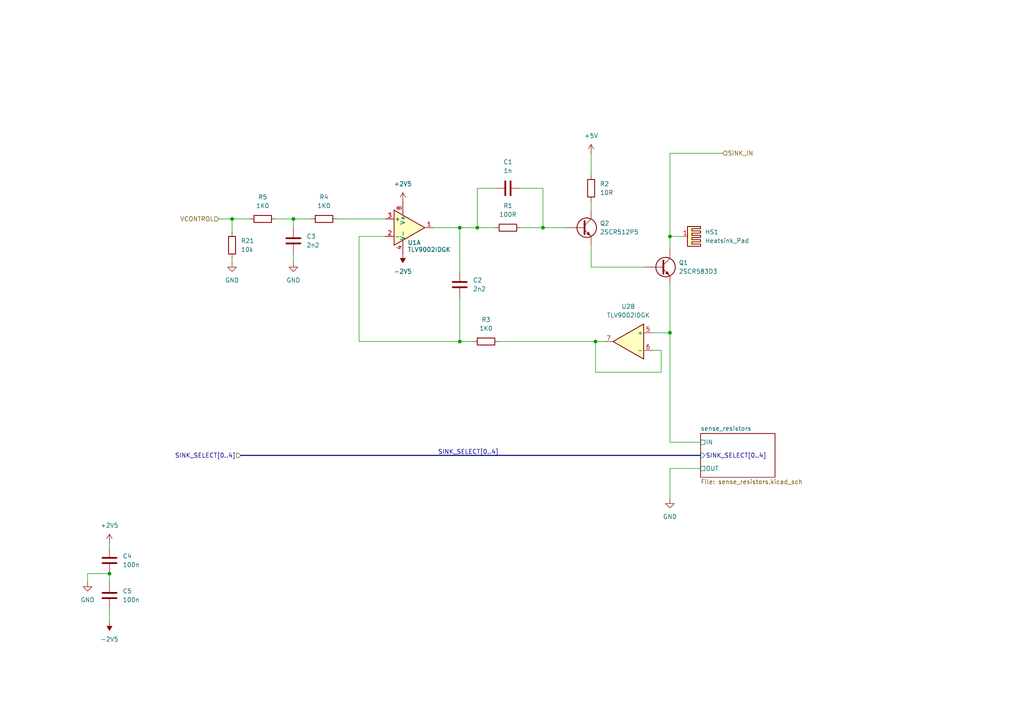
<source format=kicad_sch>
(kicad_sch (version 20250114) (generator "eeschema") (generator_version "9.0")
  (paper "A4")
  (lib_symbols
    (symbol "Mechanical:Heatsink_Pad" (pin_names (offset 0))
      (property "Reference" "HS" (at 0 5.715 0))
      (property "Value" "Heatsink_Pad" (at 0 3.81 0))
      (symbol "Heatsink_Pad_0_1"
        (polyline (pts (xy -0.3302 0) (xy -0.9652 0) (xy -0.9652 2.54) (xy -1.6002 2.54) (xy -1.6002 0) (xy -2.2352 0) (xy -2.2352 2.54) (xy -2.8702 2.54) (xy -2.8702 -1.27) (xy -0.9652 -1.27)) (stroke (width 0.254)) (fill (type background)))
        (polyline (pts (xy -0.3302 0) (xy -0.3302 2.54) (xy 0.3048 2.54) (xy 0.3048 0) (xy 0.9398 0) (xy 0.9398 2.54) (xy 1.5748 2.54) (xy 1.5748 0) (xy 2.2098 0) (xy 2.2098 2.54) (xy 2.8448 2.54) (xy 2.8448 -1.27) (xy -0.9652 -1.27)) (stroke (width 0.254)) (fill (type background)))
      )
      (symbol "Heatsink_Pad_1_1"
        (pin passive line (at 0 -2.54 90) (length 1.27) (name "~") (number "1"))
      )
    )
    (symbol "power:+2V5" (power) (pin_numbers (hide yes)) (pin_names (offset 0) (hide yes))
      (property "Value" "+2V5" (at 0 3.556 0))
      (symbol "+2V5_0_1"
        (polyline (pts (xy -0.762 1.27) (xy 0 2.54)))
        (polyline (pts (xy 0 2.54) (xy 0.762 1.27)))
        (polyline (pts (xy 0 0) (xy 0 2.54)))
      )
      (symbol "+2V5_1_1"
        (pin power_in line (at 0 0 90) (length 0) (name "~") (number "1"))
      )
    )
    (symbol "power:-2V5" (power) (pin_numbers (hide yes)) (pin_names (offset 0) (hide yes))
      (property "Value" "-2V5" (at 0 3.556 0))
      (symbol "-2V5_0_0"
        (pin power_in line (at 0 0 90) (length 0) (name "~") (number "1"))
      )
      (symbol "-2V5_0_1"
        (polyline (pts (xy 0 0) (xy 0 1.27) (xy 0.762 1.27) (xy 0 2.54) (xy -0.762 1.27) (xy 0 1.27)) (fill (type outline)))
      )
    )
    (symbol "power:GND" (power) (pin_numbers (hide yes)) (pin_names (offset 0) (hide yes))
      (property "Value" "GND" (at 0 -3.81 0))
      (symbol "GND_0_1"
        (polyline (pts (xy 0 0) (xy 0 -1.27) (xy 1.27 -1.27) (xy 0 -2.54) (xy -1.27 -1.27) (xy 0 -1.27)))
      )
      (symbol "GND_1_1"
        (pin power_in line (at 0 0 270) (length 0) (name "~") (number "1"))
      )
    )
    (symbol "vickys_symbols:2SCR512P5" (pin_numbers (hide yes)) (pin_names (hide yes))
      (property "Reference" "Q" (at 2.54 2.54 0))
      (property "Value" "2SCR512P5" (at 6.35 -3.81 0))
      (symbol "2SCR512P5_0_1"
        (polyline (pts (xy -5.08 0) (xy -1.905 0)))
        (polyline (pts (xy -1.905 1.905) (xy -1.905 -1.905)) (stroke (width 0.508)))
        (polyline (pts (xy -1.905 0.635) (xy 0 2.54)))
        (polyline (pts (xy -1.905 -0.635) (xy 0 -2.54)))
        (circle (center -1.27 0) (radius 2.8194) (stroke (width 0.254)))
        (polyline (pts (xy -1.27 -1.778) (xy -0.762 -1.27) (xy -0.254 -2.286) (xy -1.27 -1.778)) (fill (type outline)))
      )
      (symbol "2SCR512P5_1_1"
        (pin input line (at -7.62 0 0) (length 2.54) (name "B") (number "B"))
        (pin passive line (at 0 5.08 270) (length 2.54) (name "C") (number "C"))
        (pin passive line (at 0 -5.08 90) (length 2.54) (name "E") (number "E"))
      )
    )
    (symbol "vickys_symbols:2SCR583D3" (pin_numbers (hide yes)) (pin_names (hide yes))
      (property "Reference" "Q" (at 2.54 2.54 0))
      (property "Value" "2SCR583D3" (at 6.35 -3.81 0))
      (symbol "2SCR583D3_0_1"
        (polyline (pts (xy -5.08 0) (xy -1.905 0)))
        (polyline (pts (xy -1.905 1.905) (xy -1.905 -1.905)) (stroke (width 0.508)))
        (polyline (pts (xy -1.905 0.635) (xy 0 2.54)))
        (polyline (pts (xy -1.905 -0.635) (xy 0 -2.54)))
        (circle (center -1.27 0) (radius 2.8194) (stroke (width 0.254)))
        (polyline (pts (xy -1.27 -1.778) (xy -0.762 -1.27) (xy -0.254 -2.286) (xy -1.27 -1.778)) (fill (type outline)))
      )
      (symbol "2SCR583D3_1_1"
        (pin input line (at -7.62 0 0) (length 2.54) (name "B") (number "1"))
        (pin passive line (at 0 5.08 270) (length 2.54) (name "C") (number "2"))
        (pin passive line (at 0 -5.08 90) (length 2.54) (name "E") (number "3"))
      )
    )
    (symbol "vickys_symbols:GENERIC_C" (pin_numbers (hide yes)) (pin_names (hide yes))
      (property "Reference" "C" (at 0 0 0))
      (symbol "GENERIC_C_0_1"
        (polyline (pts (xy -2.032 0.762) (xy 2.032 0.762)) (stroke (width 0.508)))
        (polyline (pts (xy -2.032 -0.762) (xy 2.032 -0.762)) (stroke (width 0.508)))
      )
      (symbol "GENERIC_C_1_1"
        (pin passive line (at 0 3.81 270) (length 2.794) (name "~") (number "1"))
        (pin passive line (at 0 -3.81 90) (length 2.794) (name "~") (number "2"))
      )
    )
    (symbol "vickys_symbols:GENERIC_R" (pin_numbers (hide yes)) (pin_names (hide yes))
      (property "Reference" "R" (at 0 0 0))
      (symbol "GENERIC_R_0_1"
        (rectangle (start -1.016 -2.54) (end 1.016 2.54) (stroke (width 0.254)))
      )
      (symbol "GENERIC_R_1_1"
        (pin passive line (at 0 3.81 270) (length 1.27) (name "~") (number "1"))
        (pin passive line (at 0 -3.81 90) (length 1.27) (name "~") (number "2"))
      )
    )
    (symbol "vickys_symbols:TLV9002IDGK" (pin_names (offset 0.127))
      (property "Reference" "U" (at 7.62 2.54 0))
      (property "Value" "TLV9002IDGK" (at 10.16 -5.08 0))
      (symbol "TLV9002IDGK_0_1"
        (polyline (pts (xy -2.54 5.08) (xy -2.54 -5.08) (xy 6.35 0) (xy -2.54 5.08)) (stroke (width 0.254)) (fill (type background)))
      )
      (symbol "TLV9002IDGK_1_1"
        (pin passive line (at -5.08 2.54 0) (length 2.54) (name "+") (number "3"))
        (pin passive line (at -5.08 -2.54 0) (length 2.54) (name "-") (number "2"))
        (pin power_in line (at 0 7.62 270) (length 3.81) (name "V+") (number "8"))
        (pin power_in line (at 0 -7.62 90) (length 3.81) (name "V-") (number "4"))
        (pin passive line (at 8.89 0 180) (length 2.54) (name "~") (number "1"))
      )
      (symbol "TLV9002IDGK_2_1"
        (pin input line (at -5.08 2.54 0) (length 2.54) (name "+") (number "5"))
        (pin input line (at -5.08 -2.54 0) (length 2.54) (name "-") (number "6"))
        (pin output line (at 8.89 0 180) (length 2.54) (name "~") (number "7"))
      )
    )
  )
  (junction (at 31.75 166.37))
  (junction (at 133.35 66.04))
  (junction (at 85.09 63.5))
  (junction (at 194.31 96.52))
  (junction (at 172.72 99.06))
  (junction (at 157.48 66.04))
  (junction (at 133.35 99.06))
  (junction (at 67.31 63.5))
  (junction (at 138.43 66.04))
  (junction (at 194.31 68.58))
  (wire (pts (xy 203.2 135.89) (xy 194.31 135.89)))
  (wire (pts (xy 151.13 66.04) (xy 157.48 66.04)))
  (wire (pts (xy 191.77 107.95) (xy 172.72 107.95)))
  (wire (pts (xy 133.35 66.04) (xy 138.43 66.04)))
  (wire (pts (xy 157.48 66.04) (xy 163.83 66.04)))
  (wire (pts (xy 194.31 128.27) (xy 194.31 96.52)))
  (wire (pts (xy 143.51 54.61) (xy 138.43 54.61)))
  (wire (pts (xy 194.31 68.58) (xy 198.12 68.58)))
  (wire (pts (xy 67.31 76.2) (xy 67.31 74.93)))
  (wire (pts (xy 97.79 63.5) (xy 111.76 63.5)))
  (wire (pts (xy 191.77 101.6) (xy 191.77 107.95)))
  (wire (pts (xy 25.4 168.91) (xy 25.4 166.37)))
  (wire (pts (xy 172.72 99.06) (xy 175.26 99.06)))
  (wire (pts (xy 80.01 63.5) (xy 85.09 63.5)))
  (wire (pts (xy 133.35 86.36) (xy 133.35 99.06)))
  (wire (pts (xy 172.72 99.06) (xy 172.72 107.95)))
  (wire (pts (xy 171.45 44.45) (xy 171.45 50.8)))
  (wire (pts (xy 63.5 63.5) (xy 67.31 63.5)))
  (wire (pts (xy 104.14 99.06) (xy 104.14 68.58)))
  (wire (pts (xy 85.09 63.5) (xy 90.17 63.5)))
  (wire (pts (xy 133.35 99.06) (xy 104.14 99.06)))
  (wire (pts (xy 194.31 44.45) (xy 209.55 44.45)))
  (wire (pts (xy 194.31 44.45) (xy 194.31 68.58)))
  (wire (pts (xy 67.31 63.5) (xy 67.31 67.31)))
  (wire (pts (xy 31.75 157.48) (xy 31.75 158.75)))
  (wire (pts (xy 85.09 63.5) (xy 85.09 66.04)))
  (wire (pts (xy 203.2 128.27) (xy 194.31 128.27)))
  (wire (pts (xy 31.75 176.53) (xy 31.75 180.34)))
  (bus (pts (xy 69.85 132.08) (xy 203.2 132.08)))
  (wire (pts (xy 138.43 66.04) (xy 143.51 66.04)))
  (wire (pts (xy 137.16 99.06) (xy 133.35 99.06)))
  (wire (pts (xy 31.75 166.37) (xy 31.75 168.91)))
  (wire (pts (xy 125.73 66.04) (xy 133.35 66.04)))
  (wire (pts (xy 104.14 68.58) (xy 111.76 68.58)))
  (wire (pts (xy 138.43 54.61) (xy 138.43 66.04)))
  (wire (pts (xy 133.35 66.04) (xy 133.35 78.74)))
  (wire (pts (xy 189.23 101.6) (xy 191.77 101.6)))
  (wire (pts (xy 151.13 54.61) (xy 157.48 54.61)))
  (wire (pts (xy 194.31 82.55) (xy 194.31 96.52)))
  (wire (pts (xy 85.09 76.2) (xy 85.09 73.66)))
  (wire (pts (xy 171.45 77.47) (xy 186.69 77.47)))
  (wire (pts (xy 25.4 166.37) (xy 31.75 166.37)))
  (wire (pts (xy 171.45 71.12) (xy 171.45 77.47)))
  (wire (pts (xy 194.31 68.58) (xy 194.31 72.39)))
  (wire (pts (xy 171.45 58.42) (xy 171.45 60.96)))
  (wire (pts (xy 67.31 63.5) (xy 72.39 63.5)))
  (wire (pts (xy 144.78 99.06) (xy 172.72 99.06)))
  (wire (pts (xy 194.31 96.52) (xy 189.23 96.52)))
  (wire (pts (xy 194.31 135.89) (xy 194.31 144.78)))
  (wire (pts (xy 157.48 54.61) (xy 157.48 66.04)))
  (label "SINK_SELECT[0..4]" (at 127 132.08 0))
  (hierarchical_label "SINK_IN" (shape input) (at 209.55 44.45 0))
  (hierarchical_label "VCONTROL" (shape input) (at 63.5 63.5 180))
  (hierarchical_label "SINK_SELECT[0..4]" (shape input) (at 69.85 132.08 180))
  (symbol (lib_id "vickys_symbols:GENERIC_R") (at 93.98 63.5 90) (unit 1)
    (property "Reference" "R4" (at 93.98 57.15 90))
    (property "Value" "1K0" (at 93.98 59.69 90))
    (property "Footprint" "Resistor_SMD:R_0603_1608Metric" (effects (hide yes)))
    (property "Description" "GENERIC R" (effects (hide yes)))
    (property "Mounting Type" "SMT" (effects (hide yes)))
    (property "Tolerance" "1%" (effects (hide yes)))
    (property "Package/Case" "0603" (effects (hide yes)))
  )
  (symbol (lib_id "power:+2V5") (at 171.45 44.45 0) (unit 1)
    (property "Reference" "#PWR05" (effects (hide yes)))
    (property "Value" "+5V" (at 171.45 39.37 0))
    (property "Description" "Power symbol creates a global label with name \"+2V5\"" (effects (hide yes)))
  )
  (symbol (lib_id "vickys_symbols:GENERIC_R") (at 147.32 66.04 90) (unit 1)
    (property "Reference" "R1" (at 147.32 59.69 90))
    (property "Value" "100R" (at 147.32 62.23 90))
    (property "Footprint" "Resistor_SMD:R_0603_1608Metric" (effects (hide yes)))
    (property "Description" "GENERIC R" (effects (hide yes)))
    (property "Mounting Type" "SMT" (effects (hide yes)))
    (property "Tolerance" "1%" (effects (hide yes)))
    (property "Package/Case" "0603" (effects (hide yes)))
  )
  (symbol (lib_id "vickys_symbols:GENERIC_C") (at 31.75 172.72 180) (unit 1)
    (property "Reference" "C5" (at 35.56 171.4499 0) (effects (justify right)))
    (property "Value" "100n" (at 35.56 173.9899 0) (effects (justify right)))
    (property "Footprint" "Capacitor_SMD:C_0603_1608Metric" (effects (hide yes)))
    (property "Description" "GENERIC C" (effects (hide yes)))
    (property "Package/Case" "0603" (effects (hide yes)))
    (property "Mounting Type" "SMT" (effects (hide yes)))
  )
  (symbol (lib_id "power:+2V5") (at 116.84 58.42 0) (unit 1)
    (property "Reference" "#PWR02" (effects (hide yes)))
    (property "Value" "+2V5" (at 116.84 53.34 0))
    (property "Description" "Power symbol creates a global label with name \"+2V5\"" (effects (hide yes)))
  )
  (symbol (lib_id "vickys_symbols:GENERIC_R") (at 67.31 71.12 180) (unit 1)
    (property "Reference" "R21" (at 69.85 69.8499 0) (effects (justify right)))
    (property "Value" "10k" (at 69.85 72.3899 0) (effects (justify right)))
    (property "Footprint" "Resistor_SMD:R_0603_1608Metric" (effects (hide yes)))
    (property "Description" "GENERIC R" (effects (hide yes)))
    (property "Mounting Type" "SMT" (effects (hide yes)))
    (property "Tolerance" "1%" (effects (hide yes)))
    (property "Package/Case" "0603" (effects (hide yes)))
  )
  (symbol (lib_id "vickys_symbols:2SCR512P5") (at 171.45 66.04 0) (unit 1)
    (property "Reference" "Q2" (at 173.99 64.7699 0) (effects (justify left)))
    (property "Value" "2SCR512P5" (at 173.99 67.3099 0) (effects (justify left)))
    (property "Footprint" "Package_TO_SOT_SMD:SOT-89-3" (effects (hide yes)))
    (property "Datasheet" "https://www.rohm.com/products/transistors/bipolar-transistors/standard-bipolar-transistors/2scr512p5-product" (effects (hide yes)))
    (property "Description" "Transistor, NPN, SOT-89, 30V, 2A, Medium Power Transistor" (effects (hide yes)))
    (property "Manufacturer" "ROHM" (effects (hide yes)))
    (property "MPN" "2SCR512P5" (effects (hide yes)))
    (property "Package/Case" "SOT-89-3" (effects (hide yes)))
    (property "Mounting Type" "SMT" (effects (hide yes)))
    (property "RoHS" "Y" (effects (hide yes)))
  )
  (symbol (lib_id "power:-2V5") (at 116.84 73.66 180) (unit 1)
    (property "Reference" "#PWR03" (effects (hide yes)))
    (property "Value" "-2V5" (at 116.84 78.74 0))
    (property "Description" "Power symbol creates a global label with name \"-2V5\"" (effects (hide yes)))
  )
  (symbol (lib_id "power:GND") (at 25.4 168.91 0) (unit 1)
    (property "Reference" "#PWR01" (effects (hide yes)))
    (property "Value" "GND" (at 25.4 173.99 0))
    (property "Description" "Power symbol creates a global label with name \"GND\" , ground" (effects (hide yes)))
  )
  (symbol (lib_id "power:GND") (at 67.31 76.2 0) (unit 1)
    (property "Reference" "#PWR020" (effects (hide yes)))
    (property "Value" "GND" (at 67.31 81.28 0))
    (property "Description" "Power symbol creates a global label with name \"GND\" , ground" (effects (hide yes)))
  )
  (symbol (lib_id "vickys_symbols:GENERIC_C") (at 133.35 82.55 180) (unit 1)
    (property "Reference" "C2" (at 137.16 81.2799 0) (effects (justify right)))
    (property "Value" "2n2" (at 137.16 83.8199 0) (effects (justify right)))
    (property "Footprint" "Capacitor_SMD:C_0603_1608Metric" (effects (hide yes)))
    (property "Description" "GENERIC C" (effects (hide yes)))
    (property "Package/Case" "0603" (effects (hide yes)))
    (property "Mounting Type" "SMT" (effects (hide yes)))
  )
  (symbol (lib_id "vickys_symbols:GENERIC_C") (at 147.32 54.61 90) (unit 1)
    (property "Reference" "C1" (at 147.32 46.99 90))
    (property "Value" "1n" (at 147.32 49.53 90))
    (property "Footprint" "Capacitor_SMD:C_0603_1608Metric" (effects (hide yes)))
    (property "Description" "GENERIC C" (effects (hide yes)))
    (property "Package/Case" "0603" (effects (hide yes)))
    (property "Mounting Type" "SMT" (effects (hide yes)))
  )
  (symbol (lib_id "Mechanical:Heatsink_Pad") (at 200.66 68.58 270) (unit 1)
    (property "Reference" "HS1" (at 204.47 67.2972 90) (effects (justify left)))
    (property "Value" "Heatsink_Pad" (at 204.47 69.8372 90) (effects (justify left)))
    (property "Footprint" "Heatsink:Heatsink_Fischer_FK24413D2PAK_26x13mm" (effects (hide yes)))
    (property "Description" "Heatsink with electrical connection, 1 pin" (effects (hide yes)))
  )
  (symbol (lib_id "vickys_symbols:TLV9002IDGK") (at 116.84 66.04 0) (unit 1)
    (property "Reference" "U1" (at 120.142 70.358 0))
    (property "Value" "TLV9002IDGK" (at 124.46 72.39 0))
    (property "Footprint" "Package_SO:VSSOP-8_3x3mm_P0.65mm" (effects (hide yes)))
    (property "Datasheet" "https://www.ti.com/product/TLV9002" (effects (hide yes)))
    (property "Description" "Dual, 5.5-V, 1-MHz, RRIO opamp" (effects (hide yes)))
    (property "Manufacturer" "Texas Instruments" (effects (hide yes)))
    (property "MPN" "TLV9002IDGK" (effects (hide yes)))
    (property "RoHS" "Y" (effects (hide yes)))
    (property "Mounting Type" "SMT" (effects (hide yes)))
  )
  (symbol (lib_id "vickys_symbols:TLV9002IDGK") (at 184.15 99.06 0) (mirror y) (unit 2)
    (property "Reference" "U2" (at 182.245 88.9 0))
    (property "Value" "TLV9002IDGK" (at 182.245 91.44 0))
    (property "Footprint" "Package_SO:VSSOP-8_3x3mm_P0.65mm" (effects (hide yes)))
    (property "Datasheet" "https://www.ti.com/product/TLV9002" (effects (hide yes)))
    (property "Description" "Dual, 5.5-V, 1-MHz, RRIO opamp" (effects (hide yes)))
    (property "Manufacturer" "Texas Instruments" (effects (hide yes)))
    (property "MPN" "TLV9002IDGK" (effects (hide yes)))
    (property "RoHS" "Y" (effects (hide yes)))
    (property "Mounting Type" "SMT" (effects (hide yes)))
  )
  (symbol (lib_id "power:-2V5") (at 31.75 180.34 180) (unit 1)
    (property "Reference" "#PWR08" (effects (hide yes)))
    (property "Value" "-2V5" (at 31.75 185.42 0))
    (property "Description" "Power symbol creates a global label with name \"-2V5\"" (effects (hide yes)))
  )
  (symbol (lib_id "vickys_symbols:GENERIC_R") (at 140.97 99.06 90) (unit 1)
    (property "Reference" "R3" (at 140.97 92.71 90))
    (property "Value" "1K0" (at 140.97 95.25 90))
    (property "Footprint" "Resistor_SMD:R_0603_1608Metric" (effects (hide yes)))
    (property "Description" "GENERIC R" (effects (hide yes)))
    (property "Mounting Type" "SMT" (effects (hide yes)))
    (property "Tolerance" "1%" (effects (hide yes)))
    (property "Package/Case" "0603" (effects (hide yes)))
  )
  (symbol (lib_id "vickys_symbols:2SCR583D3") (at 194.31 77.47 0) (unit 1)
    (property "Reference" "Q1" (at 196.85 76.1999 0) (effects (justify left)))
    (property "Value" "2SCR583D3" (at 196.85 78.7399 0) (effects (justify left)))
    (property "Footprint" "Package_TO_SOT_SMD:TO-252-2" (effects (hide yes)))
    (property "Datasheet" "https://www.rohm.com/products/transistors/bipolar-transistors/standard-bipolar-transistors/2scr583d3-product" (effects (hide yes)))
    (property "Description" "Transistor, NPN, TO-252 (DPAK), 50V 7A, Power Transistor" (effects (hide yes)))
    (property "Manufacturer" "ROHM" (effects (hide yes)))
    (property "MPN" "2SCR583D3" (effects (hide yes)))
    (property "Package/Case" "TO-252 (DPAK)" (effects (hide yes)))
    (property "Mounting Type" "SMT" (effects (hide yes)))
    (property "RoHS" "Y" (effects (hide yes)))
  )
  (symbol (lib_id "vickys_symbols:GENERIC_C") (at 31.75 162.56 180) (unit 1)
    (property "Reference" "C4" (at 35.56 161.2899 0) (effects (justify right)))
    (property "Value" "100n" (at 35.56 163.8299 0) (effects (justify right)))
    (property "Footprint" "Capacitor_SMD:C_0603_1608Metric" (effects (hide yes)))
    (property "Description" "GENERIC C" (effects (hide yes)))
    (property "Package/Case" "0603" (effects (hide yes)))
    (property "Mounting Type" "SMT" (effects (hide yes)))
  )
  (symbol (lib_id "vickys_symbols:GENERIC_R") (at 171.45 54.61 180) (unit 1)
    (property "Reference" "R2" (at 173.99 53.3399 0) (effects (justify right)))
    (property "Value" "10R" (at 173.99 55.8799 0) (effects (justify right)))
    (property "Footprint" "Resistor_SMD:R_0603_1608Metric" (effects (hide yes)))
    (property "Description" "GENERIC R" (effects (hide yes)))
    (property "Mounting Type" "SMT" (effects (hide yes)))
    (property "Tolerance" "1%" (effects (hide yes)))
    (property "Package/Case" "0603" (effects (hide yes)))
  )
  (symbol (lib_id "vickys_symbols:GENERIC_R") (at 76.2 63.5 90) (unit 1)
    (property "Reference" "R5" (at 76.2 57.15 90))
    (property "Value" "1K0" (at 76.2 59.69 90))
    (property "Footprint" "Resistor_SMD:R_0603_1608Metric" (effects (hide yes)))
    (property "Description" "GENERIC R" (effects (hide yes)))
    (property "Mounting Type" "SMT" (effects (hide yes)))
    (property "Tolerance" "1%" (effects (hide yes)))
    (property "Package/Case" "0603" (effects (hide yes)))
  )
  (symbol (lib_id "power:GND") (at 85.09 76.2 0) (unit 1)
    (property "Reference" "#PWR07" (effects (hide yes)))
    (property "Value" "GND" (at 85.09 81.28 0))
    (property "Description" "Power symbol creates a global label with name \"GND\" , ground" (effects (hide yes)))
  )
  (symbol (lib_id "power:GND") (at 194.31 144.78 0) (unit 1)
    (property "Reference" "#PWR013" (effects (hide yes)))
    (property "Value" "GND" (at 194.31 149.86 0))
    (property "Description" "Power symbol creates a global label with name \"GND\" , ground" (effects (hide yes)))
  )
  (symbol (lib_id "power:+2V5") (at 31.75 157.48 0) (unit 1)
    (property "Reference" "#PWR04" (effects (hide yes)))
    (property "Value" "+2V5" (at 31.75 152.4 0))
    (property "Description" "Power symbol creates a global label with name \"+2V5\"" (effects (hide yes)))
  )
  (symbol (lib_id "vickys_symbols:GENERIC_C") (at 85.09 69.85 180) (unit 1)
    (property "Reference" "C3" (at 88.9 68.5799 0) (effects (justify right)))
    (property "Value" "2n2" (at 88.9 71.1199 0) (effects (justify right)))
    (property "Footprint" "Capacitor_SMD:C_0603_1608Metric" (effects (hide yes)))
    (property "Description" "GENERIC C" (effects (hide yes)))
    (property "Package/Case" "0603" (effects (hide yes)))
    (property "Mounting Type" "SMT" (effects (hide yes)))
  )
  (sheet (at 203.2 125.73) (size 21.59 12.7) (stroke (width 0.1524))
    (property "Sheetname" "sense_resistors" (at 203.2 125.0184 0) (effects (justify left bottom)))
    (property "Sheetfile" "sense_resistors.kicad_sch" (at 203.2 139.0146 0) (effects (justify left top)))
    (pin "SINK_SELECT[0..4]" input (at 203.2 132.08 180))
    (pin "IN" passive (at 203.2 128.27 180))
    (pin "OUT" passive (at 203.2 135.89 180))
  )
)
</source>
